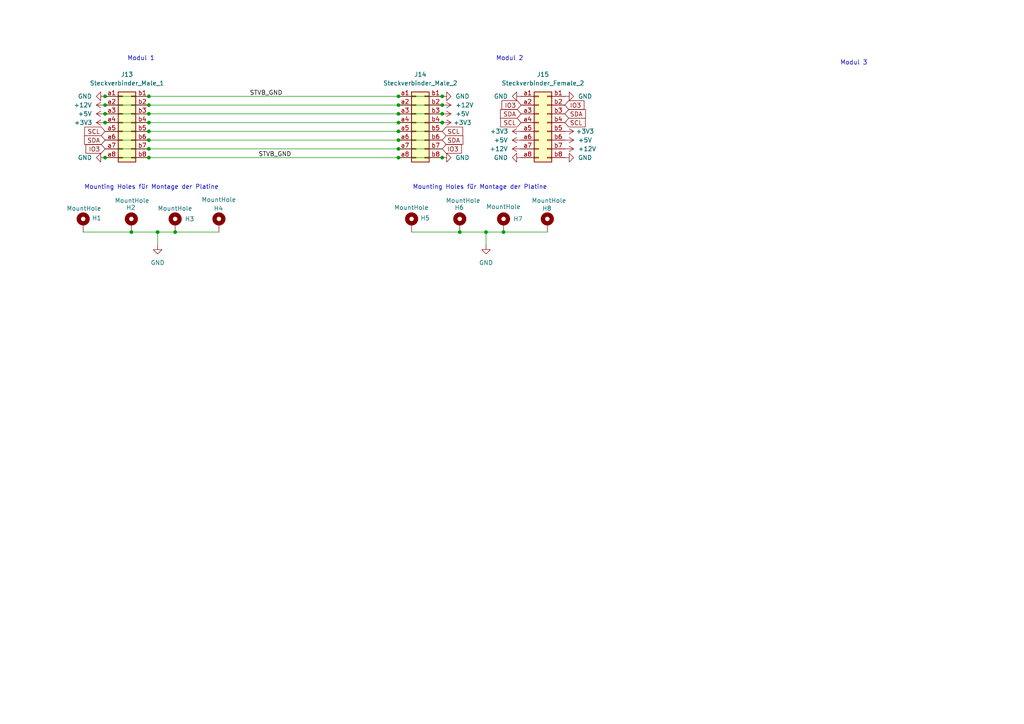
<source format=kicad_sch>
(kicad_sch (version 20231120) (generator "eeschema") (generator_version "8.0")
  (paper "A4")
  (lib_symbols
    (symbol "Connector_Generic:Conn_02x08_Row_Letter_First" (pin_names (offset 1.016) hide)
      (property "Reference" "J" (at 1.27 10.16 0))
      (property "Value" "Conn_02x08_Row_Letter_First" (at 1.27 -12.7 0))
      (symbol "Conn_02x08_Row_Letter_First_1_1"
        (rectangle (start -1.27 -10.033) (end 0 -10.287) (stroke (width 0.1524)))
        (rectangle (start -1.27 -7.493) (end 0 -7.747) (stroke (width 0.1524)))
        (rectangle (start -1.27 -4.953) (end 0 -5.207) (stroke (width 0.1524)))
        (rectangle (start -1.27 -2.413) (end 0 -2.667) (stroke (width 0.1524)))
        (rectangle (start -1.27 0.127) (end 0 -0.127) (stroke (width 0.1524)))
        (rectangle (start -1.27 2.667) (end 0 2.413) (stroke (width 0.1524)))
        (rectangle (start -1.27 5.207) (end 0 4.953) (stroke (width 0.1524)))
        (rectangle (start -1.27 7.747) (end 0 7.493) (stroke (width 0.1524)))
        (rectangle (start -1.27 8.89) (end 3.81 -11.43) (stroke (width 0.254)) (fill (type background)))
        (rectangle (start 3.81 -10.033) (end 2.54 -10.287) (stroke (width 0.1524)))
        (rectangle (start 3.81 -7.493) (end 2.54 -7.747) (stroke (width 0.1524)))
        (rectangle (start 3.81 -4.953) (end 2.54 -5.207) (stroke (width 0.1524)))
        (rectangle (start 3.81 -2.413) (end 2.54 -2.667) (stroke (width 0.1524)))
        (rectangle (start 3.81 0.127) (end 2.54 -0.127) (stroke (width 0.1524)))
        (rectangle (start 3.81 2.667) (end 2.54 2.413) (stroke (width 0.1524)))
        (rectangle (start 3.81 5.207) (end 2.54 4.953) (stroke (width 0.1524)))
        (rectangle (start 3.81 7.747) (end 2.54 7.493) (stroke (width 0.1524)))
        (pin passive line (at -5.08 7.62 0) (length 3.81) (name "Pin_a1") (number "a1"))
        (pin passive line (at -5.08 5.08 0) (length 3.81) (name "Pin_a2") (number "a2"))
        (pin passive line (at -5.08 2.54 0) (length 3.81) (name "Pin_a3") (number "a3"))
        (pin passive line (at -5.08 0 0) (length 3.81) (name "Pin_a4") (number "a4"))
        (pin passive line (at -5.08 -2.54 0) (length 3.81) (name "Pin_a5") (number "a5"))
        (pin passive line (at -5.08 -5.08 0) (length 3.81) (name "Pin_a6") (number "a6"))
        (pin passive line (at -5.08 -7.62 0) (length 3.81) (name "Pin_a7") (number "a7"))
        (pin passive line (at -5.08 -10.16 0) (length 3.81) (name "Pin_a8") (number "a8"))
        (pin passive line (at 7.62 7.62 180) (length 3.81) (name "Pin_b1") (number "b1"))
        (pin passive line (at 7.62 5.08 180) (length 3.81) (name "Pin_b2") (number "b2"))
        (pin passive line (at 7.62 2.54 180) (length 3.81) (name "Pin_b3") (number "b3"))
        (pin passive line (at 7.62 0 180) (length 3.81) (name "Pin_b4") (number "b4"))
        (pin passive line (at 7.62 -2.54 180) (length 3.81) (name "Pin_b5") (number "b5"))
        (pin passive line (at 7.62 -5.08 180) (length 3.81) (name "Pin_b6") (number "b6"))
        (pin passive line (at 7.62 -7.62 180) (length 3.81) (name "Pin_b7") (number "b7"))
        (pin passive line (at 7.62 -10.16 180) (length 3.81) (name "Pin_b8") (number "b8"))
      )
    )
    (symbol "Mechanical:MountingHole_Pad" (pin_numbers hide) (pin_names (offset 1.016) hide)
      (property "Reference" "H" (at 0 6.35 0))
      (property "Value" "MountingHole_Pad" (at 0 4.445 0))
      (symbol "MountingHole_Pad_0_1"
        (circle (center 0 1.27) (radius 1.27) (stroke (width 1.27)))
      )
      (symbol "MountingHole_Pad_1_1"
        (pin input line (at 0 -2.54 90) (length 2.54) (name "1") (number "1"))
      )
    )
    (symbol "MountingHole_Pad_1" (pin_numbers hide) (pin_names (offset 1.016) hide)
      (property "Reference" "H" (at 0 6.35 0))
      (property "Value" "MountingHole_Pad" (at 0 4.445 0))
      (symbol "MountingHole_Pad_1_0_1"
        (circle (center 0 1.27) (radius 1.27) (stroke (width 1.27)))
      )
      (symbol "MountingHole_Pad_1_1_1"
        (pin input line (at 0 -2.54 90) (length 2.54) (name "1") (number "1"))
      )
    )
    (symbol "MountingHole_Pad_2" (pin_numbers hide) (pin_names (offset 1.016) hide)
      (property "Reference" "H" (at 0 6.35 0))
      (property "Value" "MountingHole_Pad" (at 0 4.445 0))
      (symbol "MountingHole_Pad_2_0_1"
        (circle (center 0 1.27) (radius 1.27) (stroke (width 1.27)))
      )
      (symbol "MountingHole_Pad_2_1_1"
        (pin input line (at 0 -2.54 90) (length 2.54) (name "1") (number "1"))
      )
    )
    (symbol "MountingHole_Pad_3" (pin_numbers hide) (pin_names (offset 1.016) hide)
      (property "Reference" "H" (at 0 6.35 0))
      (property "Value" "MountingHole_Pad" (at 0 4.445 0))
      (symbol "MountingHole_Pad_3_0_1"
        (circle (center 0 1.27) (radius 1.27) (stroke (width 1.27)))
      )
      (symbol "MountingHole_Pad_3_1_1"
        (pin input line (at 0 -2.54 90) (length 2.54) (name "1") (number "1"))
      )
    )
    (symbol "power:+12V" (power) (pin_numbers hide) (pin_names (offset 0) hide)
      (property "Value" "+12V" (at 0 3.556 0))
      (symbol "+12V_0_1"
        (polyline (pts (xy -0.762 1.27) (xy 0 2.54)))
        (polyline (pts (xy 0 0) (xy 0 2.54)))
        (polyline (pts (xy 0 2.54) (xy 0.762 1.27)))
      )
      (symbol "+12V_1_1"
        (pin power_in line (at 0 0 90) (length 0) (name "~") (number "1"))
      )
    )
    (symbol "power:+3V3" (power) (pin_numbers hide) (pin_names (offset 0) hide)
      (property "Value" "+3V3" (at 0 3.556 0))
      (symbol "+3V3_0_1"
        (polyline (pts (xy -0.762 1.27) (xy 0 2.54)))
        (polyline (pts (xy 0 0) (xy 0 2.54)))
        (polyline (pts (xy 0 2.54) (xy 0.762 1.27)))
      )
      (symbol "+3V3_1_1"
        (pin power_in line (at 0 0 90) (length 0) (name "~") (number "1"))
      )
    )
    (symbol "power:+5V" (power) (pin_numbers hide) (pin_names (offset 0) hide)
      (property "Value" "+5V" (at 0 3.556 0))
      (symbol "+5V_0_1"
        (polyline (pts (xy -0.762 1.27) (xy 0 2.54)))
        (polyline (pts (xy 0 0) (xy 0 2.54)))
        (polyline (pts (xy 0 2.54) (xy 0.762 1.27)))
      )
      (symbol "+5V_1_1"
        (pin power_in line (at 0 0 90) (length 0) (name "~") (number "1"))
      )
    )
    (symbol "power:GND" (power) (pin_numbers hide) (pin_names (offset 0) hide)
      (property "Value" "GND" (at 0 -3.81 0))
      (symbol "GND_0_1"
        (polyline (pts (xy 0 0) (xy 0 -1.27) (xy 1.27 -1.27) (xy 0 -2.54) (xy -1.27 -1.27) (xy 0 -1.27)))
      )
      (symbol "GND_1_1"
        (pin power_in line (at 0 0 270) (length 0) (name "~") (number "1"))
      )
    )
  )
  (junction (at 30.48 30.48))
  (junction (at 50.8 67.31))
  (junction (at 43.18 35.56))
  (junction (at 128.27 27.94))
  (junction (at 115.57 45.72))
  (junction (at 43.18 27.94))
  (junction (at 115.57 33.02))
  (junction (at 30.48 45.72))
  (junction (at 115.57 27.94))
  (junction (at 43.18 38.1))
  (junction (at 128.27 30.48))
  (junction (at 115.57 35.56))
  (junction (at 30.48 35.56))
  (junction (at 38.1 67.31))
  (junction (at 115.57 40.64))
  (junction (at 30.48 33.02))
  (junction (at 43.18 40.64))
  (junction (at 43.18 33.02))
  (junction (at 115.57 30.48))
  (junction (at 128.27 35.56))
  (junction (at 43.18 43.18))
  (junction (at 45.72 67.31))
  (junction (at 140.97 67.31))
  (junction (at 128.27 33.02))
  (junction (at 146.05 67.31))
  (junction (at 43.18 30.48))
  (junction (at 115.57 38.1))
  (junction (at 115.57 43.18))
  (junction (at 128.27 45.72))
  (junction (at 43.18 45.72))
  (junction (at 30.48 27.94))
  (junction (at 133.35 67.31))
  (wire (pts (xy 43.18 40.64) (xy 115.57 40.64)))
  (wire (pts (xy 24.13 67.31) (xy 38.1 67.31)))
  (wire (pts (xy 30.48 35.56) (xy 43.18 35.56)))
  (wire (pts (xy 43.18 30.48) (xy 115.57 30.48)))
  (wire (pts (xy 133.35 67.31) (xy 140.97 67.31)))
  (wire (pts (xy 115.57 40.64) (xy 128.27 40.64)))
  (wire (pts (xy 140.97 67.31) (xy 140.97 71.12)))
  (wire (pts (xy 115.57 33.02) (xy 128.27 33.02)))
  (wire (pts (xy 45.72 67.31) (xy 45.72 71.12)))
  (wire (pts (xy 30.48 38.1) (xy 43.18 38.1)))
  (wire (pts (xy 43.18 43.18) (xy 115.57 43.18)))
  (wire (pts (xy 115.57 27.94) (xy 128.27 27.94)))
  (wire (pts (xy 30.48 45.72) (xy 43.18 45.72)))
  (wire (pts (xy 43.18 35.56) (xy 115.57 35.56)))
  (wire (pts (xy 119.38 67.31) (xy 133.35 67.31)))
  (wire (pts (xy 115.57 38.1) (xy 128.27 38.1)))
  (wire (pts (xy 43.18 27.94) (xy 115.57 27.94)))
  (wire (pts (xy 43.18 38.1) (xy 115.57 38.1)))
  (wire (pts (xy 146.05 67.31) (xy 158.75 67.31)))
  (wire (pts (xy 115.57 30.48) (xy 128.27 30.48)))
  (wire (pts (xy 115.57 35.56) (xy 128.27 35.56)))
  (wire (pts (xy 140.97 67.31) (xy 146.05 67.31)))
  (wire (pts (xy 115.57 45.72) (xy 128.27 45.72)))
  (wire (pts (xy 45.72 67.31) (xy 50.8 67.31)))
  (wire (pts (xy 30.48 27.94) (xy 43.18 27.94)))
  (wire (pts (xy 30.48 40.64) (xy 43.18 40.64)))
  (wire (pts (xy 43.18 33.02) (xy 115.57 33.02)))
  (wire (pts (xy 38.1 67.31) (xy 45.72 67.31)))
  (wire (pts (xy 50.8 67.31) (xy 63.5 67.31)))
  (wire (pts (xy 30.48 33.02) (xy 43.18 33.02)))
  (wire (pts (xy 30.48 30.48) (xy 43.18 30.48)))
  (wire (pts (xy 115.57 43.18) (xy 128.27 43.18)))
  (wire (pts (xy 43.18 45.72) (xy 115.57 45.72)))
  (wire (pts (xy 30.48 43.18) (xy 43.18 43.18)))
  (text "Modul 1" (at 40.894 17.018 0) (effects (font (size 1.27 1.27))))
  (text "Modul 3\n" (at 247.65 18.288 0) (effects (font (size 1.27 1.27))))
  (text "Mounting Holes für Montage der Platine" (at 43.942 54.356 0) (effects (font (size 1.27 1.27))))
  (text "Modul 2\n" (at 147.828 17.018 0) (effects (font (size 1.27 1.27))))
  (text "Mounting Holes für Montage der Platine" (at 139.192 54.356 0) (effects (font (size 1.27 1.27))))
  (label "STVB_GND" (at 74.93 45.72 0))
  (label "STVB_GND" (at 72.39 27.94 0))
  (global_label "SCL" (shape input) (at 151.13 35.56 180) (property "Intersheetrefs" "${INTERSHEET_REFS}" (effects (hide yes))))
  (global_label "IO3" (shape input) (at 163.83 30.48 0) (property "Intersheetrefs" "${INTERSHEET_REFS}" (effects (hide yes))))
  (global_label "IO3" (shape input) (at 128.27 43.18 0) (property "Intersheetrefs" "${INTERSHEET_REFS}" (effects (hide yes))))
  (global_label "SCL" (shape input) (at 128.27 38.1 0) (property "Intersheetrefs" "${INTERSHEET_REFS}" (effects (hide yes))))
  (global_label "SCL" (shape input) (at 30.48 38.1 180) (property "Intersheetrefs" "${INTERSHEET_REFS}" (effects (hide yes))))
  (global_label "SDA" (shape input) (at 128.27 40.64 0) (property "Intersheetrefs" "${INTERSHEET_REFS}" (effects (hide yes))))
  (global_label "SDA" (shape input) (at 151.13 33.02 180) (property "Intersheetrefs" "${INTERSHEET_REFS}" (effects (hide yes))))
  (global_label "SCL" (shape input) (at 163.83 35.56 0) (property "Intersheetrefs" "${INTERSHEET_REFS}" (effects (hide yes))))
  (global_label "SDA" (shape input) (at 163.83 33.02 0) (property "Intersheetrefs" "${INTERSHEET_REFS}" (effects (hide yes))))
  (global_label "IO3" (shape input) (at 30.48 43.18 180) (property "Intersheetrefs" "${INTERSHEET_REFS}" (effects (hide yes))))
  (global_label "IO3" (shape input) (at 151.13 30.48 180) (property "Intersheetrefs" "${INTERSHEET_REFS}" (effects (hide yes))))
  (global_label "SDA" (shape input) (at 30.48 40.64 180) (property "Intersheetrefs" "${INTERSHEET_REFS}" (effects (hide yes))))
  (symbol (lib_id "power:+3V3") (at 163.83 38.1 270) (unit 1)
    (property "Reference" "#PWR064" (effects (hide yes)))
    (property "Value" "+3V3" (at 169.672 38.1 90))
    (property "Description" "Power symbol creates a global label with name \"+3V3\"" (effects (hide yes)))
  )
  (symbol (lib_id "power:+3V3") (at 128.27 35.56 270) (unit 1)
    (property "Reference" "#PWR073" (effects (hide yes)))
    (property "Value" "+3V3" (at 134.112 35.56 90))
    (property "Description" "Power symbol creates a global label with name \"+3V3\"" (effects (hide yes)))
  )
  (symbol (lib_id "power:+5V") (at 163.83 40.64 270) (unit 1)
    (property "Reference" "#PWR063" (effects (hide yes)))
    (property "Value" "+5V" (at 167.64 40.6399 90) (effects (justify left)))
    (property "Description" "Power symbol creates a global label with name \"+5V\"" (effects (hide yes)))
  )
  (symbol (lib_id "power:+12V") (at 30.48 30.48 90) (unit 1)
    (property "Reference" "#PWR033" (effects (hide yes)))
    (property "Value" "+12V" (at 26.67 30.4799 90) (effects (justify left)))
    (property "Description" "Power symbol creates a global label with name \"+12V\"" (effects (hide yes)))
  )
  (symbol (lib_id "power:+12V") (at 163.83 43.18 270) (unit 1)
    (property "Reference" "#PWR055" (effects (hide yes)))
    (property "Value" "+12V" (at 167.64 43.1799 90) (effects (justify left)))
    (property "Description" "Power symbol creates a global label with name \"+12V\"" (effects (hide yes)))
  )
  (symbol (lib_id "power:+12V") (at 128.27 30.48 270) (unit 1)
    (property "Reference" "#PWR071" (effects (hide yes)))
    (property "Value" "+12V" (at 132.08 30.4799 90) (effects (justify left)))
    (property "Description" "Power symbol creates a global label with name \"+12V\"" (effects (hide yes)))
  )
  (symbol (lib_id "power:GND") (at 163.83 27.94 90) (unit 1)
    (property "Reference" "#PWR081" (effects (hide yes)))
    (property "Value" "GND" (at 167.64 27.9399 90) (effects (justify right)))
    (property "Description" "Power symbol creates a global label with name \"GND\" , ground" (effects (hide yes)))
  )
  (symbol (lib_id "power:GND") (at 151.13 27.94 270) (unit 1)
    (property "Reference" "#PWR076" (effects (hide yes)))
    (property "Value" "GND" (at 147.32 27.9399 90) (effects (justify right)))
    (property "Description" "Power symbol creates a global label with name \"GND\" , ground" (effects (hide yes)))
  )
  (symbol (lib_id "power:+3V3") (at 30.48 35.56 90) (unit 1)
    (property "Reference" "#PWR053" (effects (hide yes)))
    (property "Value" "+3V3" (at 24.13 35.56 90))
    (property "Description" "Power symbol creates a global label with name \"+3V3\"" (effects (hide yes)))
  )
  (symbol (lib_name "MountingHole_Pad_1") (lib_id "Mechanical:MountingHole_Pad") (at 63.5 64.77 0) (unit 1)
    (property "Reference" "H4" (at 61.976 60.452 0) (effects (justify left)))
    (property "Value" "MountHole" (at 58.42 57.912 0) (effects (justify left)))
    (property "Footprint" "MountingHole:MountingHole_2.2mm_M2_Pad_TopBottom" (effects (hide yes)))
    (property "Description" "Mounting Hole with connection" (effects (hide yes)))
  )
  (symbol (lib_id "Connector_Generic:Conn_02x08_Row_Letter_First") (at 156.21 35.56 0) (unit 1)
    (property "Reference" "J15" (at 157.48 21.59 0))
    (property "Value" "Steckverbinder_Female_2" (at 157.48 24.13 0))
    (property "Footprint" "CustomFotLibByJan:BF030-16A-B1-0360-0277-0600-LB" (effects (hide yes)))
    (property "Description" "Generic connector, double row, 02x08, row letter first pin numbering scheme (pin number consists of a letter for the row and a number for the pin index in this row. a1, ..., aN; b1, ..., bN), script generated (kicad-library-utils/schlib/autogen/connector/)" (effects (hide yes)))
  )
  (symbol (lib_id "power:GND") (at 45.72 71.12 0) (unit 1)
    (property "Reference" "#PWR012" (effects (hide yes)))
    (property "Value" "GND" (at 45.72 76.2 0))
    (property "Description" "Power symbol creates a global label with name \"GND\" , ground" (effects (hide yes)))
  )
  (symbol (lib_id "Mechanical:MountingHole_Pad") (at 119.38 64.77 0) (unit 1)
    (property "Reference" "H5" (at 121.92 63.246 0) (effects (justify left)))
    (property "Value" "MountHole" (at 114.3 60.198 0) (effects (justify left)))
    (property "Footprint" "MountingHole:MountingHole_2.2mm_M2_Pad_TopBottom" (effects (hide yes)))
    (property "Description" "Mounting Hole with connection" (effects (hide yes)))
  )
  (symbol (lib_id "power:+5V") (at 151.13 40.64 90) (unit 1)
    (property "Reference" "#PWR051" (effects (hide yes)))
    (property "Value" "+5V" (at 147.32 40.6399 90) (effects (justify left)))
    (property "Description" "Power symbol creates a global label with name \"+5V\"" (effects (hide yes)))
  )
  (symbol (lib_id "power:GND") (at 30.48 45.72 270) (unit 1)
    (property "Reference" "#PWR037" (effects (hide yes)))
    (property "Value" "GND" (at 26.67 45.7199 90) (effects (justify right)))
    (property "Description" "Power symbol creates a global label with name \"GND\" , ground" (effects (hide yes)))
  )
  (symbol (lib_id "power:+5V") (at 30.48 33.02 90) (unit 1)
    (property "Reference" "#PWR035" (effects (hide yes)))
    (property "Value" "+5V" (at 26.67 33.0199 90) (effects (justify left)))
    (property "Description" "Power symbol creates a global label with name \"+5V\"" (effects (hide yes)))
  )
  (symbol (lib_name "MountingHole_Pad_1") (lib_id "Mechanical:MountingHole_Pad") (at 158.75 64.77 0) (unit 1)
    (property "Reference" "H8" (at 157.226 60.452 0) (effects (justify left)))
    (property "Value" "MountHole" (at 154.178 58.166 0) (effects (justify left)))
    (property "Footprint" "MountingHole:MountingHole_2.2mm_M2_Pad_TopBottom" (effects (hide yes)))
    (property "Description" "Mounting Hole with connection" (effects (hide yes)))
  )
  (symbol (lib_name "MountingHole_Pad_3") (lib_id "Mechanical:MountingHole_Pad") (at 38.1 64.77 0) (unit 1)
    (property "Reference" "H2" (at 36.576 60.198 0) (effects (justify left)))
    (property "Value" "MountHole" (at 33.274 58.166 0) (effects (justify left)))
    (property "Footprint" "MountingHole:MountingHole_2.2mm_M2_Pad_TopBottom" (effects (hide yes)))
    (property "Description" "Mounting Hole with connection" (effects (hide yes)))
  )
  (symbol (lib_id "power:+12V") (at 151.13 43.18 90) (unit 1)
    (property "Reference" "#PWR041" (effects (hide yes)))
    (property "Value" "+12V" (at 147.32 43.1799 90) (effects (justify left)))
    (property "Description" "Power symbol creates a global label with name \"+12V\"" (effects (hide yes)))
  )
  (symbol (lib_id "Connector_Generic:Conn_02x08_Row_Letter_First") (at 35.56 35.56 0) (unit 1)
    (property "Reference" "J13" (at 36.83 21.59 0))
    (property "Value" "Steckverbinder_Male_1" (at 36.83 24.13 0))
    (property "Footprint" "CustomFotLibByJan:BF100-16-A-D-1-0640-L-C" (effects (hide yes)))
    (property "Description" "Generic connector, double row, 02x08, row letter first pin numbering scheme (pin number consists of a letter for the row and a number for the pin index in this row. a1, ..., aN; b1, ..., bN), script generated (kicad-library-utils/schlib/autogen/connector/)" (effects (hide yes)))
  )
  (symbol (lib_id "power:GND") (at 128.27 45.72 90) (unit 1)
    (property "Reference" "#PWR074" (effects (hide yes)))
    (property "Value" "GND" (at 132.08 45.7199 90) (effects (justify right)))
    (property "Description" "Power symbol creates a global label with name \"GND\" , ground" (effects (hide yes)))
  )
  (symbol (lib_id "power:GND") (at 151.13 45.72 270) (unit 1)
    (property "Reference" "#PWR080" (effects (hide yes)))
    (property "Value" "GND" (at 147.32 45.7199 90) (effects (justify right)))
    (property "Description" "Power symbol creates a global label with name \"GND\" , ground" (effects (hide yes)))
  )
  (symbol (lib_id "Connector_Generic:Conn_02x08_Row_Letter_First") (at 120.65 35.56 0) (unit 1)
    (property "Reference" "J14" (at 121.92 21.59 0))
    (property "Value" "Steckverbinder_Male_2" (at 121.92 24.13 0))
    (property "Footprint" "CustomFotLibByJan:BF100-16-A-D-1-0640-L-C" (effects (hide yes)))
    (property "Description" "Generic connector, double row, 02x08, row letter first pin numbering scheme (pin number consists of a letter for the row and a number for the pin index in this row. a1, ..., aN; b1, ..., bN), script generated (kicad-library-utils/schlib/autogen/connector/)" (effects (hide yes)))
  )
  (symbol (lib_id "power:+5V") (at 128.27 33.02 270) (unit 1)
    (property "Reference" "#PWR072" (effects (hide yes)))
    (property "Value" "+5V" (at 132.08 33.0199 90) (effects (justify left)))
    (property "Description" "Power symbol creates a global label with name \"+5V\"" (effects (hide yes)))
  )
  (symbol (lib_id "power:+3V3") (at 151.13 38.1 90) (unit 1)
    (property "Reference" "#PWR054" (effects (hide yes)))
    (property "Value" "+3V3" (at 144.78 38.1 90))
    (property "Description" "Power symbol creates a global label with name \"+3V3\"" (effects (hide yes)))
  )
  (symbol (lib_name "MountingHole_Pad_2") (lib_id "Mechanical:MountingHole_Pad") (at 50.8 64.77 0) (unit 1)
    (property "Reference" "H3" (at 53.594 63.5 0) (effects (justify left)))
    (property "Value" "MountHole" (at 45.72 60.452 0) (effects (justify left)))
    (property "Footprint" "MountingHole:MountingHole_2.2mm_M2_Pad_TopBottom" (effects (hide yes)))
    (property "Description" "Mounting Hole with connection" (effects (hide yes)))
  )
  (symbol (lib_id "power:GND") (at 128.27 27.94 90) (unit 1)
    (property "Reference" "#PWR070" (effects (hide yes)))
    (property "Value" "GND" (at 132.08 27.9399 90) (effects (justify right)))
    (property "Description" "Power symbol creates a global label with name \"GND\" , ground" (effects (hide yes)))
  )
  (symbol (lib_id "power:GND") (at 140.97 71.12 0) (unit 1)
    (property "Reference" "#PWR075" (effects (hide yes)))
    (property "Value" "GND" (at 140.97 76.2 0))
    (property "Description" "Power symbol creates a global label with name \"GND\" , ground" (effects (hide yes)))
  )
  (symbol (lib_id "power:GND") (at 30.48 27.94 270) (unit 1)
    (property "Reference" "#PWR032" (effects (hide yes)))
    (property "Value" "GND" (at 26.67 27.9399 90) (effects (justify right)))
    (property "Description" "Power symbol creates a global label with name \"GND\" , ground" (effects (hide yes)))
  )
  (symbol (lib_name "MountingHole_Pad_3") (lib_id "Mechanical:MountingHole_Pad") (at 133.35 64.77 0) (unit 1)
    (property "Reference" "H6" (at 131.826 60.198 0) (effects (justify left)))
    (property "Value" "MountHole" (at 129.286 58.166 0) (effects (justify left)))
    (property "Footprint" "MountingHole:MountingHole_2.2mm_M2_Pad_TopBottom" (effects (hide yes)))
    (property "Description" "Mounting Hole with connection" (effects (hide yes)))
  )
  (symbol (lib_id "power:GND") (at 163.83 45.72 90) (unit 1)
    (property "Reference" "#PWR085" (effects (hide yes)))
    (property "Value" "GND" (at 167.64 45.7199 90) (effects (justify right)))
    (property "Description" "Power symbol creates a global label with name \"GND\" , ground" (effects (hide yes)))
  )
  (symbol (lib_id "Mechanical:MountingHole_Pad") (at 24.13 64.77 0) (unit 1)
    (property "Reference" "H1" (at 26.67 63.246 0) (effects (justify left)))
    (property "Value" "MountHole" (at 19.304 60.452 0) (effects (justify left)))
    (property "Footprint" "MountingHole:MountingHole_2.2mm_M2_Pad_TopBottom" (effects (hide yes)))
    (property "Description" "Mounting Hole with connection" (effects (hide yes)))
  )
  (symbol (lib_name "MountingHole_Pad_2") (lib_id "Mechanical:MountingHole_Pad") (at 146.05 64.77 0) (unit 1)
    (property "Reference" "H7" (at 148.844 63.5 0) (effects (justify left)))
    (property "Value" "MountHole" (at 140.97 59.944 0) (effects (justify left)))
    (property "Footprint" "MountingHole:MountingHole_2.2mm_M2_Pad_TopBottom" (effects (hide yes)))
    (property "Description" "Mounting Hole with connection" (effects (hide yes)))
  )
)
</source>
